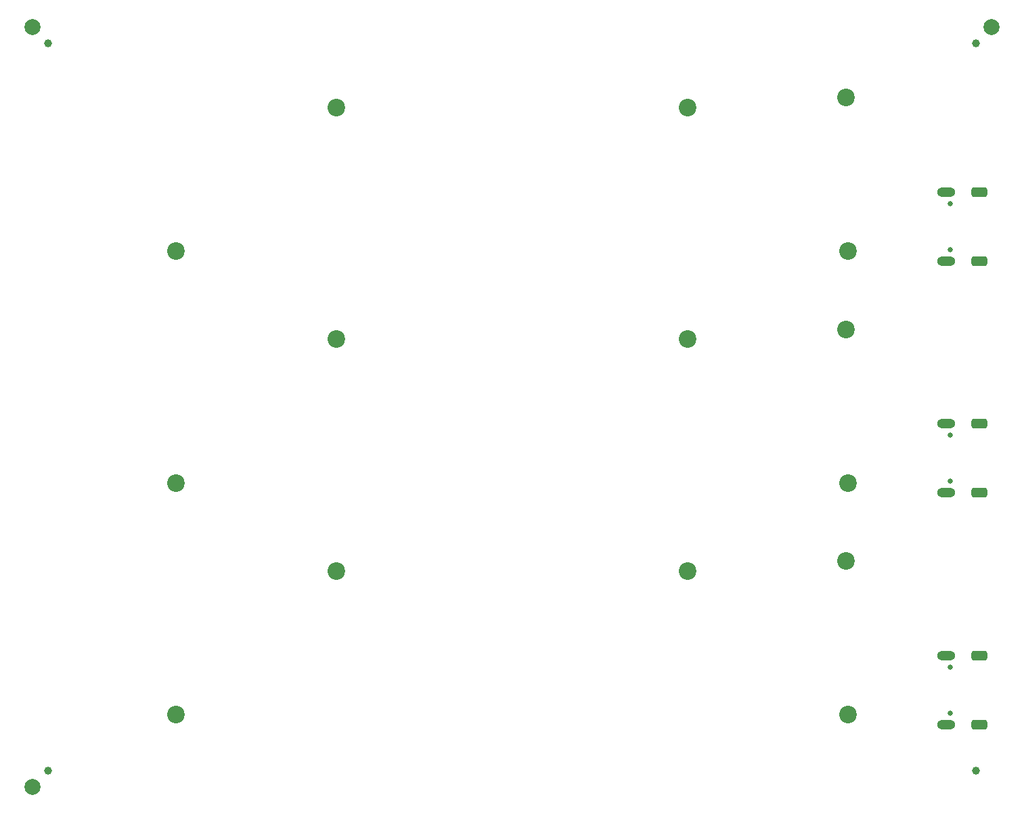
<source format=gbr>
%TF.GenerationSoftware,KiCad,Pcbnew,9.0.1*%
%TF.CreationDate,2025-12-04T09:13:59-06:00*%
%TF.ProjectId,focus_bar_panel_v1,666f6375-735f-4626-9172-5f70616e656c,rev?*%
%TF.SameCoordinates,Original*%
%TF.FileFunction,Soldermask,Bot*%
%TF.FilePolarity,Negative*%
%FSLAX46Y46*%
G04 Gerber Fmt 4.6, Leading zero omitted, Abs format (unit mm)*
G04 Created by KiCad (PCBNEW 9.0.1) date 2025-12-04 09:13:59*
%MOMM*%
%LPD*%
G01*
G04 APERTURE LIST*
G04 Aperture macros list*
%AMRoundRect*
0 Rectangle with rounded corners*
0 $1 Rounding radius*
0 $2 $3 $4 $5 $6 $7 $8 $9 X,Y pos of 4 corners*
0 Add a 4 corners polygon primitive as box body*
4,1,4,$2,$3,$4,$5,$6,$7,$8,$9,$2,$3,0*
0 Add four circle primitives for the rounded corners*
1,1,$1+$1,$2,$3*
1,1,$1+$1,$4,$5*
1,1,$1+$1,$6,$7*
1,1,$1+$1,$8,$9*
0 Add four rect primitives between the rounded corners*
20,1,$1+$1,$2,$3,$4,$5,0*
20,1,$1+$1,$4,$5,$6,$7,0*
20,1,$1+$1,$6,$7,$8,$9,0*
20,1,$1+$1,$8,$9,$2,$3,0*%
G04 Aperture macros list end*
%ADD10C,2.200000*%
%ADD11C,2.000000*%
%ADD12C,0.650000*%
%ADD13O,2.304000X1.204000*%
%ADD14RoundRect,0.301000X0.701000X-0.301000X0.701000X0.301000X-0.701000X0.301000X-0.701000X-0.301000X0*%
%ADD15C,1.000000*%
G04 APERTURE END LIST*
D10*
%TO.C,REF\u002A\u002A*%
X106500000Y-77000500D03*
%TD*%
D11*
%TO.C,KiKit_TO_3*%
X88500000Y-115001500D03*
%TD*%
D12*
%TO.C,P1*%
X203300000Y-76800500D03*
X203300000Y-71020500D03*
D13*
X202800000Y-78230500D03*
X202800000Y-69590500D03*
D14*
X206980000Y-78230500D03*
X206980000Y-69590500D03*
%TD*%
D10*
%TO.C,REF\u002A\u002A*%
X126500000Y-59000500D03*
%TD*%
%TO.C,REF\u002A\u002A*%
X190270000Y-57770500D03*
%TD*%
%TO.C,REF\u002A\u002A*%
X190500000Y-48000500D03*
%TD*%
%TO.C,REF\u002A\u002A*%
X170500000Y-88000500D03*
%TD*%
D12*
%TO.C,P1*%
X203300000Y-105800500D03*
X203300000Y-100020500D03*
D13*
X202800000Y-107230500D03*
X202800000Y-98590500D03*
D14*
X206980000Y-107230500D03*
X206980000Y-98590500D03*
%TD*%
D10*
%TO.C,REF\u002A\u002A*%
X170500000Y-59000500D03*
%TD*%
%TO.C,REF\u002A\u002A*%
X190500000Y-106000500D03*
%TD*%
%TO.C,REF\u002A\u002A*%
X126500000Y-30000500D03*
%TD*%
%TO.C,REF\u002A\u002A*%
X126500000Y-88000500D03*
%TD*%
%TO.C,REF\u002A\u002A*%
X190500000Y-77000500D03*
%TD*%
D11*
%TO.C,KiKit_TO_1*%
X88500000Y-20000000D03*
%TD*%
D10*
%TO.C,REF\u002A\u002A*%
X106500000Y-48000500D03*
%TD*%
D11*
%TO.C,KiKit_TO_2*%
X208500000Y-20000000D03*
%TD*%
D10*
%TO.C,REF\u002A\u002A*%
X190270000Y-86770500D03*
%TD*%
%TO.C,REF\u002A\u002A*%
X190270000Y-28770500D03*
%TD*%
%TO.C,REF\u002A\u002A*%
X106500000Y-106000500D03*
%TD*%
D12*
%TO.C,P1*%
X203300000Y-47800500D03*
X203300000Y-42020500D03*
D13*
X202800000Y-49230500D03*
X202800000Y-40590500D03*
D14*
X206980000Y-49230500D03*
X206980000Y-40590500D03*
%TD*%
D10*
%TO.C,REF\u002A\u002A*%
X170500000Y-30000500D03*
%TD*%
D15*
%TO.C,KiKit_FID_B_1*%
X90500000Y-22000000D03*
%TD*%
%TO.C,KiKit_FID_B_3*%
X90500000Y-113001500D03*
%TD*%
%TO.C,KiKit_FID_B_2*%
X206500000Y-22000000D03*
%TD*%
%TO.C,KiKit_FID_B_4*%
X206500000Y-113001500D03*
%TD*%
M02*

</source>
